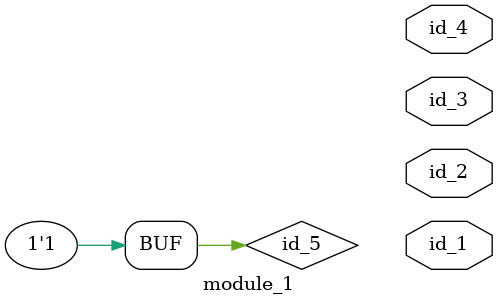
<source format=v>
module module_0 ();
  wire id_2;
  wire  id_3  ,  id_4  ,  id_5  ,  id_6  ,  id_7  ,  id_8  ,  id_9  ,  id_10  ,  id_11  ,  id_12  ,  id_13  ,  id_14  ,  id_15  ,  id_16  ,  id_17  ,  id_18  ,  id_19  ,  id_20  ,  id_21  ,  id_22  ,  id_23  ;
  assign module_1.id_5 = 0;
  always #(id_16 * id_16) id_8 = id_1;
endmodule
module module_1 (
    id_1,
    id_2,
    id_3,
    id_4
);
  output wire id_4;
  output wire id_3;
  output wire id_2;
  output wire id_1;
  wor id_5 = 1;
  module_0 modCall_1 ();
endmodule

</source>
